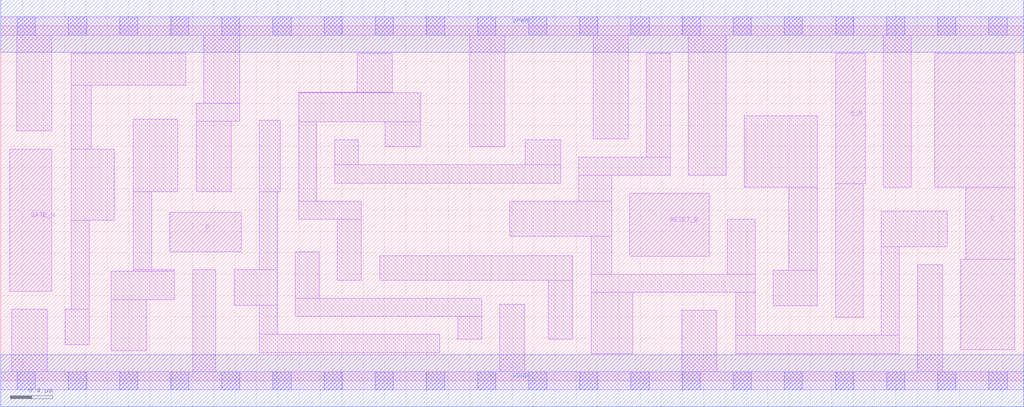
<source format=lef>
# Copyright 2020 The SkyWater PDK Authors
#
# Licensed under the Apache License, Version 2.0 (the "License");
# you may not use this file except in compliance with the License.
# You may obtain a copy of the License at
#
#     https://www.apache.org/licenses/LICENSE-2.0
#
# Unless required by applicable law or agreed to in writing, software
# distributed under the License is distributed on an "AS IS" BASIS,
# WITHOUT WARRANTIES OR CONDITIONS OF ANY KIND, either express or implied.
# See the License for the specific language governing permissions and
# limitations under the License.
#
# SPDX-License-Identifier: Apache-2.0

VERSION 5.7 ;
  NAMESCASESENSITIVE ON ;
  NOWIREEXTENSIONATPIN ON ;
  DIVIDERCHAR "/" ;
  BUSBITCHARS "[]" ;
UNITS
  DATABASE MICRONS 200 ;
END UNITS
MACRO sky130_fd_sc_lp__dlrbn_1
  CLASS CORE ;
  SOURCE USER ;
  FOREIGN sky130_fd_sc_lp__dlrbn_1 ;
  ORIGIN  0.000000  0.000000 ;
  SIZE  9.600000 BY  3.330000 ;
  SYMMETRY X Y R90 ;
  SITE unit ;
  PIN D
    ANTENNAGATEAREA  0.159000 ;
    DIRECTION INPUT ;
    USE SIGNAL ;
    PORT
      LAYER li1 ;
        RECT 1.585000 1.210000 2.255000 1.580000 ;
    END
  END D
  PIN Q
    ANTENNADIFFAREA  0.573300 ;
    DIRECTION OUTPUT ;
    USE SIGNAL ;
    PORT
      LAYER li1 ;
        RECT 8.765000 1.815000 9.515000 3.075000 ;
        RECT 9.010000 0.290000 9.515000 1.140000 ;
        RECT 9.055000 1.140000 9.515000 1.815000 ;
    END
  END Q
  PIN Q_N
    ANTENNADIFFAREA  0.556500 ;
    DIRECTION OUTPUT ;
    USE SIGNAL ;
    PORT
      LAYER li1 ;
        RECT 7.835000 0.595000 8.095000 1.850000 ;
        RECT 7.835000 1.850000 8.115000 3.075000 ;
    END
  END Q_N
  PIN RESET_B
    ANTENNAGATEAREA  0.315000 ;
    DIRECTION INPUT ;
    USE SIGNAL ;
    PORT
      LAYER li1 ;
        RECT 5.905000 1.170000 6.650000 1.760000 ;
    END
  END RESET_B
  PIN GATE_N
    ANTENNAGATEAREA  0.159000 ;
    DIRECTION INPUT ;
    USE CLOCK ;
    PORT
      LAYER li1 ;
        RECT 0.085000 0.840000 0.480000 2.175000 ;
    END
  END GATE_N
  PIN VGND
    DIRECTION INOUT ;
    USE GROUND ;
    PORT
      LAYER met1 ;
        RECT 0.000000 -0.245000 9.600000 0.245000 ;
    END
  END VGND
  PIN VPWR
    DIRECTION INOUT ;
    USE POWER ;
    PORT
      LAYER met1 ;
        RECT 0.000000 3.085000 9.600000 3.575000 ;
    END
  END VPWR
  OBS
    LAYER li1 ;
      RECT 0.000000 -0.085000 9.600000 0.085000 ;
      RECT 0.000000  3.245000 9.600000 3.415000 ;
      RECT 0.105000  0.085000 0.435000 0.670000 ;
      RECT 0.150000  2.345000 0.480000 3.245000 ;
      RECT 0.605000  0.340000 0.830000 0.670000 ;
      RECT 0.660000  0.670000 0.830000 1.505000 ;
      RECT 0.660000  1.505000 1.065000 2.175000 ;
      RECT 0.660000  2.175000 0.850000 2.775000 ;
      RECT 0.660000  2.775000 1.735000 3.075000 ;
      RECT 1.035000  0.280000 1.365000 0.760000 ;
      RECT 1.035000  0.760000 1.630000 1.030000 ;
      RECT 1.245000  1.030000 1.630000 1.040000 ;
      RECT 1.245000  1.040000 1.415000 1.775000 ;
      RECT 1.245000  1.775000 1.660000 2.455000 ;
      RECT 1.800000  0.085000 2.020000 1.040000 ;
      RECT 1.835000  1.775000 2.165000 2.435000 ;
      RECT 1.835000  2.435000 2.245000 2.605000 ;
      RECT 1.905000  2.605000 2.245000 3.245000 ;
      RECT 2.190000  0.710000 2.595000 1.040000 ;
      RECT 2.425000  0.265000 4.120000 0.435000 ;
      RECT 2.425000  0.435000 2.595000 0.710000 ;
      RECT 2.425000  1.040000 2.595000 1.775000 ;
      RECT 2.425000  1.775000 2.625000 2.445000 ;
      RECT 2.765000  0.605000 4.515000 0.775000 ;
      RECT 2.765000  0.775000 2.990000 1.210000 ;
      RECT 2.795000  1.515000 3.385000 1.685000 ;
      RECT 2.795000  1.685000 2.965000 2.430000 ;
      RECT 2.795000  2.430000 3.940000 2.705000 ;
      RECT 2.795000  2.705000 3.675000 2.710000 ;
      RECT 3.135000  1.855000 5.255000 2.025000 ;
      RECT 3.135000  2.025000 3.355000 2.260000 ;
      RECT 3.160000  0.945000 3.385000 1.515000 ;
      RECT 3.345000  2.710000 3.675000 3.075000 ;
      RECT 3.555000  0.945000 5.370000 1.175000 ;
      RECT 3.610000  2.195000 3.940000 2.430000 ;
      RECT 4.290000  0.390000 4.515000 0.605000 ;
      RECT 4.400000  2.195000 4.730000 3.245000 ;
      RECT 4.685000  0.085000 4.920000 0.720000 ;
      RECT 4.775000  1.355000 5.735000 1.685000 ;
      RECT 4.925000  2.025000 5.255000 2.260000 ;
      RECT 5.140000  0.390000 5.370000 0.945000 ;
      RECT 5.425000  1.685000 5.735000 1.930000 ;
      RECT 5.425000  1.930000 6.285000 2.100000 ;
      RECT 5.540000  0.255000 5.930000 0.830000 ;
      RECT 5.540000  0.830000 7.080000 1.000000 ;
      RECT 5.540000  1.000000 5.735000 1.355000 ;
      RECT 5.560000  2.270000 5.890000 3.245000 ;
      RECT 6.060000  2.100000 6.285000 3.075000 ;
      RECT 6.390000  0.085000 6.720000 0.660000 ;
      RECT 6.455000  1.930000 6.810000 3.245000 ;
      RECT 6.820000  1.000000 7.080000 1.515000 ;
      RECT 6.900000  0.255000 8.435000 0.425000 ;
      RECT 6.900000  0.425000 7.080000 0.830000 ;
      RECT 6.980000  1.815000 7.665000 2.485000 ;
      RECT 7.250000  0.705000 7.665000 1.035000 ;
      RECT 7.395000  1.035000 7.665000 1.815000 ;
      RECT 8.265000  0.425000 8.435000 1.260000 ;
      RECT 8.265000  1.260000 8.885000 1.590000 ;
      RECT 8.285000  1.815000 8.545000 3.245000 ;
      RECT 8.605000  0.085000 8.840000 1.090000 ;
    LAYER mcon ;
      RECT 0.155000 -0.085000 0.325000 0.085000 ;
      RECT 0.155000  3.245000 0.325000 3.415000 ;
      RECT 0.635000 -0.085000 0.805000 0.085000 ;
      RECT 0.635000  3.245000 0.805000 3.415000 ;
      RECT 1.115000 -0.085000 1.285000 0.085000 ;
      RECT 1.115000  3.245000 1.285000 3.415000 ;
      RECT 1.595000 -0.085000 1.765000 0.085000 ;
      RECT 1.595000  3.245000 1.765000 3.415000 ;
      RECT 2.075000 -0.085000 2.245000 0.085000 ;
      RECT 2.075000  3.245000 2.245000 3.415000 ;
      RECT 2.555000 -0.085000 2.725000 0.085000 ;
      RECT 2.555000  3.245000 2.725000 3.415000 ;
      RECT 3.035000 -0.085000 3.205000 0.085000 ;
      RECT 3.035000  3.245000 3.205000 3.415000 ;
      RECT 3.515000 -0.085000 3.685000 0.085000 ;
      RECT 3.515000  3.245000 3.685000 3.415000 ;
      RECT 3.995000 -0.085000 4.165000 0.085000 ;
      RECT 3.995000  3.245000 4.165000 3.415000 ;
      RECT 4.475000 -0.085000 4.645000 0.085000 ;
      RECT 4.475000  3.245000 4.645000 3.415000 ;
      RECT 4.955000 -0.085000 5.125000 0.085000 ;
      RECT 4.955000  3.245000 5.125000 3.415000 ;
      RECT 5.435000 -0.085000 5.605000 0.085000 ;
      RECT 5.435000  3.245000 5.605000 3.415000 ;
      RECT 5.915000 -0.085000 6.085000 0.085000 ;
      RECT 5.915000  3.245000 6.085000 3.415000 ;
      RECT 6.395000 -0.085000 6.565000 0.085000 ;
      RECT 6.395000  3.245000 6.565000 3.415000 ;
      RECT 6.875000 -0.085000 7.045000 0.085000 ;
      RECT 6.875000  3.245000 7.045000 3.415000 ;
      RECT 7.355000 -0.085000 7.525000 0.085000 ;
      RECT 7.355000  3.245000 7.525000 3.415000 ;
      RECT 7.835000 -0.085000 8.005000 0.085000 ;
      RECT 7.835000  3.245000 8.005000 3.415000 ;
      RECT 8.315000 -0.085000 8.485000 0.085000 ;
      RECT 8.315000  3.245000 8.485000 3.415000 ;
      RECT 8.795000 -0.085000 8.965000 0.085000 ;
      RECT 8.795000  3.245000 8.965000 3.415000 ;
      RECT 9.275000 -0.085000 9.445000 0.085000 ;
      RECT 9.275000  3.245000 9.445000 3.415000 ;
  END
END sky130_fd_sc_lp__dlrbn_1

</source>
